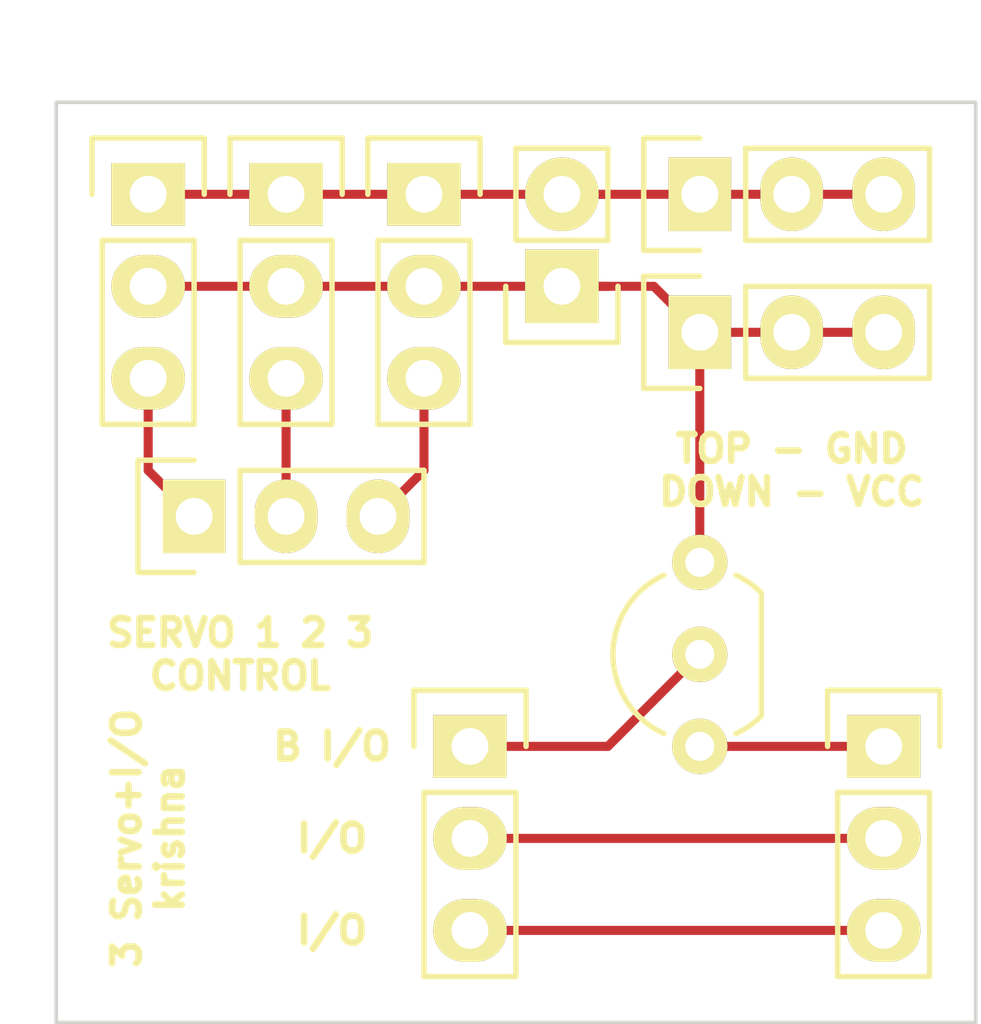
<source format=kicad_pcb>
(kicad_pcb (version 4) (host pcbnew 4.0.1-stable)

  (general
    (links 20)
    (no_connects 3)
    (area 48.385 47.115 76.506429 76.250001)
    (thickness 1.6)
    (drawings 10)
    (tracks 23)
    (zones 0)
    (modules 10)
    (nets 10)
  )

  (page A4)
  (layers
    (0 F.Cu signal)
    (31 B.Cu signal)
    (32 B.Adhes user)
    (33 F.Adhes user)
    (34 B.Paste user)
    (35 F.Paste user)
    (36 B.SilkS user)
    (37 F.SilkS user)
    (38 B.Mask user)
    (39 F.Mask user)
    (40 Dwgs.User user)
    (41 Cmts.User user)
    (42 Eco1.User user)
    (43 Eco2.User user)
    (44 Edge.Cuts user)
    (45 Margin user)
    (46 B.CrtYd user)
    (47 F.CrtYd user)
    (48 B.Fab user)
    (49 F.Fab user)
  )

  (setup
    (last_trace_width 0.25)
    (trace_clearance 0.2)
    (zone_clearance 0.508)
    (zone_45_only no)
    (trace_min 0.2)
    (segment_width 0.2)
    (edge_width 0.1)
    (via_size 0.6)
    (via_drill 0.4)
    (via_min_size 0.4)
    (via_min_drill 0.3)
    (uvia_size 0.3)
    (uvia_drill 0.1)
    (uvias_allowed no)
    (uvia_min_size 0.2)
    (uvia_min_drill 0.1)
    (pcb_text_width 0.3)
    (pcb_text_size 1.5 1.5)
    (mod_edge_width 0.15)
    (mod_text_size 1 1)
    (mod_text_width 0.15)
    (pad_size 1.5 1.5)
    (pad_drill 0.6)
    (pad_to_mask_clearance 0)
    (aux_axis_origin 0 0)
    (visible_elements 7FFFFFFF)
    (pcbplotparams
      (layerselection 0x011f0_80000001)
      (usegerberextensions true)
      (excludeedgelayer true)
      (linewidth 0.100000)
      (plotframeref false)
      (viasonmask false)
      (mode 1)
      (useauxorigin false)
      (hpglpennumber 1)
      (hpglpenspeed 20)
      (hpglpendiameter 15)
      (hpglpenoverlay 2)
      (psnegative false)
      (psa4output false)
      (plotreference true)
      (plotvalue true)
      (plotinvisibletext false)
      (padsonsilk false)
      (subtractmaskfromsilk false)
      (outputformat 1)
      (mirror false)
      (drillshape 0)
      (scaleselection 1)
      (outputdirectory output/))
  )

  (net 0 "")
  (net 1 /VCC)
  (net 2 /GND)
  (net 3 "Net-(P2-Pad1)")
  (net 4 "Net-(P2-Pad2)")
  (net 5 "Net-(P2-Pad3)")
  (net 6 "Net-(P3-Pad1)")
  (net 7 /IO2)
  (net 8 /IO3)
  (net 9 "Net-(P7-Pad1)")

  (net_class Default "This is the default net class."
    (clearance 0.2)
    (trace_width 0.25)
    (via_dia 0.6)
    (via_drill 0.4)
    (uvia_dia 0.3)
    (uvia_drill 0.1)
    (add_net /GND)
    (add_net /IO2)
    (add_net /IO3)
    (add_net /VCC)
    (add_net "Net-(P2-Pad1)")
    (add_net "Net-(P2-Pad2)")
    (add_net "Net-(P2-Pad3)")
    (add_net "Net-(P3-Pad1)")
    (add_net "Net-(P7-Pad1)")
  )

  (module Pin_Headers:Pin_Header_Straight_1x02 (layer F.Cu) (tedit 56824110) (tstamp 56823762)
    (at 64.77 55.88 180)
    (descr "Through hole pin header")
    (tags "pin header")
    (path /56822EEC)
    (fp_text reference "" (at 0 -5.1 180) (layer F.SilkS)
      (effects (font (size 1 1) (thickness 0.15)))
    )
    (fp_text value POW (at 0 -3.1 180) (layer F.Fab)
      (effects (font (size 1 1) (thickness 0.15)))
    )
    (fp_line (start 1.27 1.27) (end 1.27 3.81) (layer F.SilkS) (width 0.15))
    (fp_line (start 1.55 -1.55) (end 1.55 0) (layer F.SilkS) (width 0.15))
    (fp_line (start -1.75 -1.75) (end -1.75 4.3) (layer F.CrtYd) (width 0.05))
    (fp_line (start 1.75 -1.75) (end 1.75 4.3) (layer F.CrtYd) (width 0.05))
    (fp_line (start -1.75 -1.75) (end 1.75 -1.75) (layer F.CrtYd) (width 0.05))
    (fp_line (start -1.75 4.3) (end 1.75 4.3) (layer F.CrtYd) (width 0.05))
    (fp_line (start 1.27 1.27) (end -1.27 1.27) (layer F.SilkS) (width 0.15))
    (fp_line (start -1.55 0) (end -1.55 -1.55) (layer F.SilkS) (width 0.15))
    (fp_line (start -1.55 -1.55) (end 1.55 -1.55) (layer F.SilkS) (width 0.15))
    (fp_line (start -1.27 1.27) (end -1.27 3.81) (layer F.SilkS) (width 0.15))
    (fp_line (start -1.27 3.81) (end 1.27 3.81) (layer F.SilkS) (width 0.15))
    (pad 1 thru_hole rect (at 0 0 180) (size 2.032 2.032) (drill 1.016) (layers *.Cu *.Mask F.SilkS)
      (net 1 /VCC))
    (pad 2 thru_hole oval (at 0 2.54 180) (size 2.032 2.032) (drill 1.016) (layers *.Cu *.Mask F.SilkS)
      (net 2 /GND))
    (model Pin_Headers.3dshapes/Pin_Header_Straight_1x02.wrl
      (at (xyz 0 -0.05 0))
      (scale (xyz 1 1 1))
      (rotate (xyz 0 0 90))
    )
  )

  (module Pin_Headers:Pin_Header_Straight_1x03 (layer F.Cu) (tedit 568241AB) (tstamp 56823774)
    (at 54.61 62.23 90)
    (descr "Through hole pin header")
    (tags "pin header")
    (path /568234AD)
    (fp_text reference "" (at 0 -5.1 90) (layer F.SilkS)
      (effects (font (size 1 1) (thickness 0.15)))
    )
    (fp_text value "" (at 0 -3.1 90) (layer F.Fab)
      (effects (font (size 1 1) (thickness 0.15)))
    )
    (fp_line (start -1.75 -1.75) (end -1.75 6.85) (layer F.CrtYd) (width 0.05))
    (fp_line (start 1.75 -1.75) (end 1.75 6.85) (layer F.CrtYd) (width 0.05))
    (fp_line (start -1.75 -1.75) (end 1.75 -1.75) (layer F.CrtYd) (width 0.05))
    (fp_line (start -1.75 6.85) (end 1.75 6.85) (layer F.CrtYd) (width 0.05))
    (fp_line (start -1.27 1.27) (end -1.27 6.35) (layer F.SilkS) (width 0.15))
    (fp_line (start -1.27 6.35) (end 1.27 6.35) (layer F.SilkS) (width 0.15))
    (fp_line (start 1.27 6.35) (end 1.27 1.27) (layer F.SilkS) (width 0.15))
    (fp_line (start 1.55 -1.55) (end 1.55 0) (layer F.SilkS) (width 0.15))
    (fp_line (start 1.27 1.27) (end -1.27 1.27) (layer F.SilkS) (width 0.15))
    (fp_line (start -1.55 0) (end -1.55 -1.55) (layer F.SilkS) (width 0.15))
    (fp_line (start -1.55 -1.55) (end 1.55 -1.55) (layer F.SilkS) (width 0.15))
    (pad 1 thru_hole rect (at 0 0 90) (size 2.032 1.7272) (drill 1.016) (layers *.Cu *.Mask F.SilkS)
      (net 3 "Net-(P2-Pad1)"))
    (pad 2 thru_hole oval (at 0 2.54 90) (size 2.032 1.7272) (drill 1.016) (layers *.Cu *.Mask F.SilkS)
      (net 4 "Net-(P2-Pad2)"))
    (pad 3 thru_hole oval (at 0 5.08 90) (size 2.032 1.7272) (drill 1.016) (layers *.Cu *.Mask F.SilkS)
      (net 5 "Net-(P2-Pad3)"))
    (model Pin_Headers.3dshapes/Pin_Header_Straight_1x03.wrl
      (at (xyz 0 -0.1 0))
      (scale (xyz 1 1 1))
      (rotate (xyz 0 0 90))
    )
  )

  (module Pin_Headers:Pin_Header_Straight_1x03 (layer F.Cu) (tedit 56824108) (tstamp 56823786)
    (at 62.23 68.58)
    (descr "Through hole pin header")
    (tags "pin header")
    (path /56823721)
    (fp_text reference "" (at 0 -5.1) (layer F.SilkS)
      (effects (font (size 1 1) (thickness 0.15)))
    )
    (fp_text value IO_IN (at 0 -3.1) (layer F.Fab)
      (effects (font (size 1 1) (thickness 0.15)))
    )
    (fp_line (start -1.75 -1.75) (end -1.75 6.85) (layer F.CrtYd) (width 0.05))
    (fp_line (start 1.75 -1.75) (end 1.75 6.85) (layer F.CrtYd) (width 0.05))
    (fp_line (start -1.75 -1.75) (end 1.75 -1.75) (layer F.CrtYd) (width 0.05))
    (fp_line (start -1.75 6.85) (end 1.75 6.85) (layer F.CrtYd) (width 0.05))
    (fp_line (start -1.27 1.27) (end -1.27 6.35) (layer F.SilkS) (width 0.15))
    (fp_line (start -1.27 6.35) (end 1.27 6.35) (layer F.SilkS) (width 0.15))
    (fp_line (start 1.27 6.35) (end 1.27 1.27) (layer F.SilkS) (width 0.15))
    (fp_line (start 1.55 -1.55) (end 1.55 0) (layer F.SilkS) (width 0.15))
    (fp_line (start 1.27 1.27) (end -1.27 1.27) (layer F.SilkS) (width 0.15))
    (fp_line (start -1.55 0) (end -1.55 -1.55) (layer F.SilkS) (width 0.15))
    (fp_line (start -1.55 -1.55) (end 1.55 -1.55) (layer F.SilkS) (width 0.15))
    (pad 1 thru_hole rect (at 0 0) (size 2.032 1.7272) (drill 1.016) (layers *.Cu *.Mask F.SilkS)
      (net 6 "Net-(P3-Pad1)"))
    (pad 2 thru_hole oval (at 0 2.54) (size 2.032 1.7272) (drill 1.016) (layers *.Cu *.Mask F.SilkS)
      (net 7 /IO2))
    (pad 3 thru_hole oval (at 0 5.08) (size 2.032 1.7272) (drill 1.016) (layers *.Cu *.Mask F.SilkS)
      (net 8 /IO3))
    (model Pin_Headers.3dshapes/Pin_Header_Straight_1x03.wrl
      (at (xyz 0 -0.1 0))
      (scale (xyz 1 1 1))
      (rotate (xyz 0 0 90))
    )
  )

  (module Pin_Headers:Pin_Header_Straight_1x03 (layer F.Cu) (tedit 5682417C) (tstamp 56823798)
    (at 53.34 53.34)
    (descr "Through hole pin header")
    (tags "pin header")
    (path /5682336C)
    (fp_text reference "" (at 0 -5.1) (layer F.SilkS)
      (effects (font (size 1 1) (thickness 0.15)))
    )
    (fp_text value "" (at 0 -3.1) (layer F.Fab)
      (effects (font (size 1 1) (thickness 0.15)))
    )
    (fp_line (start -1.75 -1.75) (end -1.75 6.85) (layer F.CrtYd) (width 0.05))
    (fp_line (start 1.75 -1.75) (end 1.75 6.85) (layer F.CrtYd) (width 0.05))
    (fp_line (start -1.75 -1.75) (end 1.75 -1.75) (layer F.CrtYd) (width 0.05))
    (fp_line (start -1.75 6.85) (end 1.75 6.85) (layer F.CrtYd) (width 0.05))
    (fp_line (start -1.27 1.27) (end -1.27 6.35) (layer F.SilkS) (width 0.15))
    (fp_line (start -1.27 6.35) (end 1.27 6.35) (layer F.SilkS) (width 0.15))
    (fp_line (start 1.27 6.35) (end 1.27 1.27) (layer F.SilkS) (width 0.15))
    (fp_line (start 1.55 -1.55) (end 1.55 0) (layer F.SilkS) (width 0.15))
    (fp_line (start 1.27 1.27) (end -1.27 1.27) (layer F.SilkS) (width 0.15))
    (fp_line (start -1.55 0) (end -1.55 -1.55) (layer F.SilkS) (width 0.15))
    (fp_line (start -1.55 -1.55) (end 1.55 -1.55) (layer F.SilkS) (width 0.15))
    (pad 1 thru_hole rect (at 0 0) (size 2.032 1.7272) (drill 1.016) (layers *.Cu *.Mask F.SilkS)
      (net 2 /GND))
    (pad 2 thru_hole oval (at 0 2.54) (size 2.032 1.7272) (drill 1.016) (layers *.Cu *.Mask F.SilkS)
      (net 1 /VCC))
    (pad 3 thru_hole oval (at 0 5.08) (size 2.032 1.7272) (drill 1.016) (layers *.Cu *.Mask F.SilkS)
      (net 3 "Net-(P2-Pad1)"))
    (model Pin_Headers.3dshapes/Pin_Header_Straight_1x03.wrl
      (at (xyz 0 -0.1 0))
      (scale (xyz 1 1 1))
      (rotate (xyz 0 0 90))
    )
  )

  (module Pin_Headers:Pin_Header_Straight_1x03 (layer F.Cu) (tedit 56824171) (tstamp 568237AA)
    (at 57.15 53.34)
    (descr "Through hole pin header")
    (tags "pin header")
    (path /568233AF)
    (fp_text reference "" (at 0 -5.1) (layer F.SilkS)
      (effects (font (size 1 1) (thickness 0.15)))
    )
    (fp_text value "" (at 0 -3.1) (layer F.Fab)
      (effects (font (size 1 1) (thickness 0.15)))
    )
    (fp_line (start -1.75 -1.75) (end -1.75 6.85) (layer F.CrtYd) (width 0.05))
    (fp_line (start 1.75 -1.75) (end 1.75 6.85) (layer F.CrtYd) (width 0.05))
    (fp_line (start -1.75 -1.75) (end 1.75 -1.75) (layer F.CrtYd) (width 0.05))
    (fp_line (start -1.75 6.85) (end 1.75 6.85) (layer F.CrtYd) (width 0.05))
    (fp_line (start -1.27 1.27) (end -1.27 6.35) (layer F.SilkS) (width 0.15))
    (fp_line (start -1.27 6.35) (end 1.27 6.35) (layer F.SilkS) (width 0.15))
    (fp_line (start 1.27 6.35) (end 1.27 1.27) (layer F.SilkS) (width 0.15))
    (fp_line (start 1.55 -1.55) (end 1.55 0) (layer F.SilkS) (width 0.15))
    (fp_line (start 1.27 1.27) (end -1.27 1.27) (layer F.SilkS) (width 0.15))
    (fp_line (start -1.55 0) (end -1.55 -1.55) (layer F.SilkS) (width 0.15))
    (fp_line (start -1.55 -1.55) (end 1.55 -1.55) (layer F.SilkS) (width 0.15))
    (pad 1 thru_hole rect (at 0 0) (size 2.032 1.7272) (drill 1.016) (layers *.Cu *.Mask F.SilkS)
      (net 2 /GND))
    (pad 2 thru_hole oval (at 0 2.54) (size 2.032 1.7272) (drill 1.016) (layers *.Cu *.Mask F.SilkS)
      (net 1 /VCC))
    (pad 3 thru_hole oval (at 0 5.08) (size 2.032 1.7272) (drill 1.016) (layers *.Cu *.Mask F.SilkS)
      (net 4 "Net-(P2-Pad2)"))
    (model Pin_Headers.3dshapes/Pin_Header_Straight_1x03.wrl
      (at (xyz 0 -0.1 0))
      (scale (xyz 1 1 1))
      (rotate (xyz 0 0 90))
    )
  )

  (module Pin_Headers:Pin_Header_Straight_1x03 (layer F.Cu) (tedit 56824184) (tstamp 568237BC)
    (at 60.96 53.34)
    (descr "Through hole pin header")
    (tags "pin header")
    (path /568233D4)
    (fp_text reference "" (at 0 -5.1) (layer F.SilkS)
      (effects (font (size 1 1) (thickness 0.15)))
    )
    (fp_text value "" (at 0 -3.1) (layer F.Fab)
      (effects (font (size 1 1) (thickness 0.15)))
    )
    (fp_line (start -1.75 -1.75) (end -1.75 6.85) (layer F.CrtYd) (width 0.05))
    (fp_line (start 1.75 -1.75) (end 1.75 6.85) (layer F.CrtYd) (width 0.05))
    (fp_line (start -1.75 -1.75) (end 1.75 -1.75) (layer F.CrtYd) (width 0.05))
    (fp_line (start -1.75 6.85) (end 1.75 6.85) (layer F.CrtYd) (width 0.05))
    (fp_line (start -1.27 1.27) (end -1.27 6.35) (layer F.SilkS) (width 0.15))
    (fp_line (start -1.27 6.35) (end 1.27 6.35) (layer F.SilkS) (width 0.15))
    (fp_line (start 1.27 6.35) (end 1.27 1.27) (layer F.SilkS) (width 0.15))
    (fp_line (start 1.55 -1.55) (end 1.55 0) (layer F.SilkS) (width 0.15))
    (fp_line (start 1.27 1.27) (end -1.27 1.27) (layer F.SilkS) (width 0.15))
    (fp_line (start -1.55 0) (end -1.55 -1.55) (layer F.SilkS) (width 0.15))
    (fp_line (start -1.55 -1.55) (end 1.55 -1.55) (layer F.SilkS) (width 0.15))
    (pad 1 thru_hole rect (at 0 0) (size 2.032 1.7272) (drill 1.016) (layers *.Cu *.Mask F.SilkS)
      (net 2 /GND))
    (pad 2 thru_hole oval (at 0 2.54) (size 2.032 1.7272) (drill 1.016) (layers *.Cu *.Mask F.SilkS)
      (net 1 /VCC))
    (pad 3 thru_hole oval (at 0 5.08) (size 2.032 1.7272) (drill 1.016) (layers *.Cu *.Mask F.SilkS)
      (net 5 "Net-(P2-Pad3)"))
    (model Pin_Headers.3dshapes/Pin_Header_Straight_1x03.wrl
      (at (xyz 0 -0.1 0))
      (scale (xyz 1 1 1))
      (rotate (xyz 0 0 90))
    )
  )

  (module Pin_Headers:Pin_Header_Straight_1x03 (layer F.Cu) (tedit 56824121) (tstamp 568237CE)
    (at 73.66 68.58)
    (descr "Through hole pin header")
    (tags "pin header")
    (path /568237EE)
    (fp_text reference "" (at 0 -5.1) (layer F.SilkS)
      (effects (font (size 1 1) (thickness 0.15)))
    )
    (fp_text value IO_OUT (at 0 -3.1) (layer F.Fab)
      (effects (font (size 1 1) (thickness 0.15)))
    )
    (fp_line (start -1.75 -1.75) (end -1.75 6.85) (layer F.CrtYd) (width 0.05))
    (fp_line (start 1.75 -1.75) (end 1.75 6.85) (layer F.CrtYd) (width 0.05))
    (fp_line (start -1.75 -1.75) (end 1.75 -1.75) (layer F.CrtYd) (width 0.05))
    (fp_line (start -1.75 6.85) (end 1.75 6.85) (layer F.CrtYd) (width 0.05))
    (fp_line (start -1.27 1.27) (end -1.27 6.35) (layer F.SilkS) (width 0.15))
    (fp_line (start -1.27 6.35) (end 1.27 6.35) (layer F.SilkS) (width 0.15))
    (fp_line (start 1.27 6.35) (end 1.27 1.27) (layer F.SilkS) (width 0.15))
    (fp_line (start 1.55 -1.55) (end 1.55 0) (layer F.SilkS) (width 0.15))
    (fp_line (start 1.27 1.27) (end -1.27 1.27) (layer F.SilkS) (width 0.15))
    (fp_line (start -1.55 0) (end -1.55 -1.55) (layer F.SilkS) (width 0.15))
    (fp_line (start -1.55 -1.55) (end 1.55 -1.55) (layer F.SilkS) (width 0.15))
    (pad 1 thru_hole rect (at 0 0) (size 2.032 1.7272) (drill 1.016) (layers *.Cu *.Mask F.SilkS)
      (net 9 "Net-(P7-Pad1)"))
    (pad 2 thru_hole oval (at 0 2.54) (size 2.032 1.7272) (drill 1.016) (layers *.Cu *.Mask F.SilkS)
      (net 7 /IO2))
    (pad 3 thru_hole oval (at 0 5.08) (size 2.032 1.7272) (drill 1.016) (layers *.Cu *.Mask F.SilkS)
      (net 8 /IO3))
    (model Pin_Headers.3dshapes/Pin_Header_Straight_1x03.wrl
      (at (xyz 0 -0.1 0))
      (scale (xyz 1 1 1))
      (rotate (xyz 0 0 90))
    )
  )

  (module TO_SOT_Packages_THT:TO-92_Inline_Wide (layer F.Cu) (tedit 5682411B) (tstamp 568237DE)
    (at 68.58 68.58 90)
    (descr "TO-92 leads in-line, wide, drill 0.8mm (see NXP sot054_po.pdf)")
    (tags "to-92 sc-43 sc-43a sot54 PA33 transistor")
    (path /56822E28)
    (fp_text reference "" (at 0 -4 90) (layer F.SilkS)
      (effects (font (size 1 1) (thickness 0.15)))
    )
    (fp_text value PN2222A (at 2.54 -2.54 90) (layer F.Fab)
      (effects (font (size 0.746 0.746) (thickness 0.15)))
    )
    (fp_arc (start 2.54 0) (end 0.84 1.7) (angle 20.5) (layer F.SilkS) (width 0.15))
    (fp_arc (start 2.54 0) (end 4.24 1.7) (angle -20.5) (layer F.SilkS) (width 0.15))
    (fp_line (start -1 1.95) (end -1 -2.65) (layer F.CrtYd) (width 0.05))
    (fp_line (start -1 1.95) (end 6.1 1.95) (layer F.CrtYd) (width 0.05))
    (fp_line (start 0.84 1.7) (end 4.24 1.7) (layer F.SilkS) (width 0.15))
    (fp_arc (start 2.54 0) (end 2.54 -2.4) (angle -65.55604127) (layer F.SilkS) (width 0.15))
    (fp_arc (start 2.54 0) (end 2.54 -2.4) (angle 65.55604127) (layer F.SilkS) (width 0.15))
    (fp_line (start -1 -2.65) (end 6.1 -2.65) (layer F.CrtYd) (width 0.05))
    (fp_line (start 6.1 1.95) (end 6.1 -2.65) (layer F.CrtYd) (width 0.05))
    (pad 2 thru_hole circle (at 2.54 0 180) (size 1.524 1.524) (drill 0.8) (layers *.Cu *.Mask F.SilkS)
      (net 6 "Net-(P3-Pad1)"))
    (pad 3 thru_hole circle (at 5.08 0 180) (size 1.524 1.524) (drill 0.8) (layers *.Cu *.Mask F.SilkS)
      (net 1 /VCC))
    (pad 1 thru_hole circle (at 0 0 180) (size 1.524 1.524) (drill 0.8) (layers *.Cu *.Mask F.SilkS)
      (net 9 "Net-(P7-Pad1)"))
    (model TO_SOT_Packages_THT.3dshapes/TO-92_Inline_Wide.wrl
      (at (xyz 0.1 0 0))
      (scale (xyz 1 1 1))
      (rotate (xyz 0 0 -90))
    )
  )

  (module Pin_Headers:Pin_Header_Straight_1x03 (layer F.Cu) (tedit 5682415A) (tstamp 56823E71)
    (at 68.58 57.15 90)
    (descr "Through hole pin header")
    (tags "pin header")
    (path /56823CDC)
    (fp_text reference "" (at 0 -5.1 90) (layer F.SilkS)
      (effects (font (size 1 1) (thickness 0.15)))
    )
    (fp_text value "" (at 0 -3.1 90) (layer F.Fab)
      (effects (font (size 1 1) (thickness 0.15)))
    )
    (fp_line (start -1.75 -1.75) (end -1.75 6.85) (layer F.CrtYd) (width 0.05))
    (fp_line (start 1.75 -1.75) (end 1.75 6.85) (layer F.CrtYd) (width 0.05))
    (fp_line (start -1.75 -1.75) (end 1.75 -1.75) (layer F.CrtYd) (width 0.05))
    (fp_line (start -1.75 6.85) (end 1.75 6.85) (layer F.CrtYd) (width 0.05))
    (fp_line (start -1.27 1.27) (end -1.27 6.35) (layer F.SilkS) (width 0.15))
    (fp_line (start -1.27 6.35) (end 1.27 6.35) (layer F.SilkS) (width 0.15))
    (fp_line (start 1.27 6.35) (end 1.27 1.27) (layer F.SilkS) (width 0.15))
    (fp_line (start 1.55 -1.55) (end 1.55 0) (layer F.SilkS) (width 0.15))
    (fp_line (start 1.27 1.27) (end -1.27 1.27) (layer F.SilkS) (width 0.15))
    (fp_line (start -1.55 0) (end -1.55 -1.55) (layer F.SilkS) (width 0.15))
    (fp_line (start -1.55 -1.55) (end 1.55 -1.55) (layer F.SilkS) (width 0.15))
    (pad 1 thru_hole rect (at 0 0 90) (size 2.032 1.7272) (drill 1.016) (layers *.Cu *.Mask F.SilkS)
      (net 1 /VCC))
    (pad 2 thru_hole oval (at 0 2.54 90) (size 2.032 1.7272) (drill 1.016) (layers *.Cu *.Mask F.SilkS)
      (net 1 /VCC))
    (pad 3 thru_hole oval (at 0 5.08 90) (size 2.032 1.7272) (drill 1.016) (layers *.Cu *.Mask F.SilkS)
      (net 1 /VCC))
    (model Pin_Headers.3dshapes/Pin_Header_Straight_1x03.wrl
      (at (xyz 0 -0.1 0))
      (scale (xyz 1 1 1))
      (rotate (xyz 0 0 90))
    )
  )

  (module Pin_Headers:Pin_Header_Straight_1x03 (layer F.Cu) (tedit 56824164) (tstamp 56823E83)
    (at 68.58 53.34 90)
    (descr "Through hole pin header")
    (tags "pin header")
    (path /56823D41)
    (fp_text reference "" (at 0 -5.1 90) (layer F.SilkS)
      (effects (font (size 1 1) (thickness 0.15)))
    )
    (fp_text value "" (at 0 -3.1 90) (layer F.Fab)
      (effects (font (size 1 1) (thickness 0.15)))
    )
    (fp_line (start -1.75 -1.75) (end -1.75 6.85) (layer F.CrtYd) (width 0.05))
    (fp_line (start 1.75 -1.75) (end 1.75 6.85) (layer F.CrtYd) (width 0.05))
    (fp_line (start -1.75 -1.75) (end 1.75 -1.75) (layer F.CrtYd) (width 0.05))
    (fp_line (start -1.75 6.85) (end 1.75 6.85) (layer F.CrtYd) (width 0.05))
    (fp_line (start -1.27 1.27) (end -1.27 6.35) (layer F.SilkS) (width 0.15))
    (fp_line (start -1.27 6.35) (end 1.27 6.35) (layer F.SilkS) (width 0.15))
    (fp_line (start 1.27 6.35) (end 1.27 1.27) (layer F.SilkS) (width 0.15))
    (fp_line (start 1.55 -1.55) (end 1.55 0) (layer F.SilkS) (width 0.15))
    (fp_line (start 1.27 1.27) (end -1.27 1.27) (layer F.SilkS) (width 0.15))
    (fp_line (start -1.55 0) (end -1.55 -1.55) (layer F.SilkS) (width 0.15))
    (fp_line (start -1.55 -1.55) (end 1.55 -1.55) (layer F.SilkS) (width 0.15))
    (pad 1 thru_hole rect (at 0 0 90) (size 2.032 1.7272) (drill 1.016) (layers *.Cu *.Mask F.SilkS)
      (net 2 /GND))
    (pad 2 thru_hole oval (at 0 2.54 90) (size 2.032 1.7272) (drill 1.016) (layers *.Cu *.Mask F.SilkS)
      (net 2 /GND))
    (pad 3 thru_hole oval (at 0 5.08 90) (size 2.032 1.7272) (drill 1.016) (layers *.Cu *.Mask F.SilkS)
      (net 2 /GND))
    (model Pin_Headers.3dshapes/Pin_Header_Straight_1x03.wrl
      (at (xyz 0 -0.1 0))
      (scale (xyz 1 1 1))
      (rotate (xyz 0 0 90))
    )
  )

  (gr_text "3 Servo+I/O\nkrishna" (at 53.34 71.12 90) (layer F.SilkS)
    (effects (font (size 0.738 0.738) (thickness 0.1845)))
  )
  (gr_text I/O (at 58.42 73.66) (layer F.SilkS)
    (effects (font (size 0.738 0.738) (thickness 0.1845)))
  )
  (gr_text I/O (at 58.42 71.12) (layer F.SilkS)
    (effects (font (size 0.738 0.738) (thickness 0.1845)))
  )
  (gr_text "B I/O" (at 58.42 68.58) (layer F.SilkS)
    (effects (font (size 0.738 0.738) (thickness 0.1845)))
  )
  (gr_text "SERVO 1 2 3\nCONTROL" (at 55.88 66.04) (layer F.SilkS)
    (effects (font (size 0.738 0.738) (thickness 0.1845)))
  )
  (gr_text "TOP - GND\nDOWN - VCC" (at 71.12 60.96) (layer F.SilkS)
    (effects (font (size 0.738 0.738) (thickness 0.1845)))
  )
  (gr_line (start 76.2 50.8) (end 50.8 50.8) (angle 90) (layer Edge.Cuts) (width 0.1))
  (gr_line (start 76.2 76.2) (end 76.2 50.8) (angle 90) (layer Edge.Cuts) (width 0.1))
  (gr_line (start 50.8 76.2) (end 76.2 76.2) (angle 90) (layer Edge.Cuts) (width 0.1))
  (gr_line (start 50.8 50.8) (end 50.8 76.2) (angle 90) (layer Edge.Cuts) (width 0.1))

  (segment (start 68.58 57.15) (end 71.12 57.15) (width 0.25) (layer F.Cu) (net 1) (status 30))
  (segment (start 73.66 57.15) (end 71.12 57.15) (width 0.25) (layer F.Cu) (net 1) (status 30))
  (segment (start 68.58 63.5) (end 68.58 57.15) (width 0.25) (layer F.Cu) (net 1) (status 20))
  (segment (start 68.58 57.15) (end 67.31 55.88) (width 0.25) (layer F.Cu) (net 1) (tstamp 56823F55) (status 10))
  (segment (start 67.31 55.88) (end 64.77 55.88) (width 0.25) (layer F.Cu) (net 1) (tstamp 56823F56))
  (segment (start 66.04 55.88) (end 57.15 55.88) (width 0.25) (layer F.Cu) (net 1))
  (segment (start 57.15 55.88) (end 53.34 55.88) (width 0.25) (layer F.Cu) (net 1) (tstamp 56823A45))
  (segment (start 71.12 53.34) (end 68.58 53.34) (width 0.25) (layer F.Cu) (net 2))
  (segment (start 73.66 53.34) (end 71.12 53.34) (width 0.25) (layer F.Cu) (net 2))
  (segment (start 64.77 53.34) (end 68.58 53.34) (width 0.25) (layer F.Cu) (net 2))
  (segment (start 66.04 53.34) (end 60.96 53.34) (width 0.25) (layer F.Cu) (net 2))
  (segment (start 60.96 53.34) (end 57.15 53.34) (width 0.25) (layer F.Cu) (net 2) (tstamp 56823A41))
  (segment (start 57.15 53.34) (end 53.34 53.34) (width 0.25) (layer F.Cu) (net 2) (tstamp 56823A42))
  (segment (start 54.61 62.23) (end 53.34 60.96) (width 0.25) (layer F.Cu) (net 3))
  (segment (start 53.34 60.96) (end 53.34 58.42) (width 0.25) (layer F.Cu) (net 3) (tstamp 56823A48))
  (segment (start 57.15 62.23) (end 57.15 58.42) (width 0.25) (layer F.Cu) (net 4))
  (segment (start 59.69 62.23) (end 60.96 60.96) (width 0.25) (layer F.Cu) (net 5))
  (segment (start 60.96 60.96) (end 60.96 58.42) (width 0.25) (layer F.Cu) (net 5) (tstamp 56823A4D))
  (segment (start 62.23 68.58) (end 66.04 68.58) (width 0.25) (layer F.Cu) (net 6))
  (segment (start 66.04 68.58) (end 68.58 66.04) (width 0.25) (layer F.Cu) (net 6) (tstamp 56824042))
  (segment (start 73.66 71.12) (end 62.23 71.12) (width 0.25) (layer F.Cu) (net 7))
  (segment (start 62.23 73.66) (end 73.66 73.66) (width 0.25) (layer F.Cu) (net 8))
  (segment (start 68.58 68.58) (end 73.66 68.58) (width 0.25) (layer F.Cu) (net 9))

)

</source>
